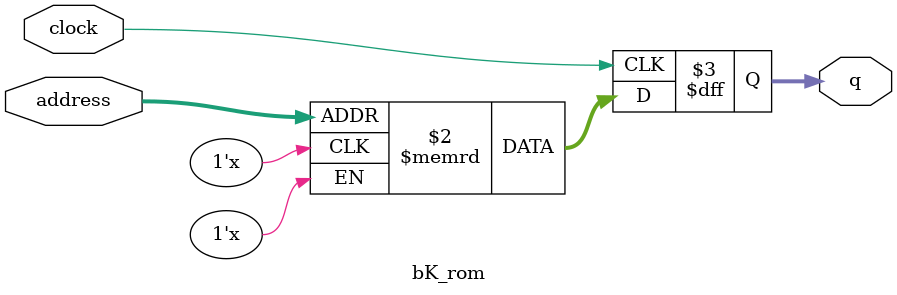
<source format=sv>
module bK_rom (
	input logic clock,
	input logic [11:0] address,
	output logic [3:0] q
);

logic [3:0] memory [0:3599] /* synthesis ram_init_file = "./bK/bK.COE" */;

always_ff @ (posedge clock) begin
	q <= memory[address];
end

endmodule

</source>
